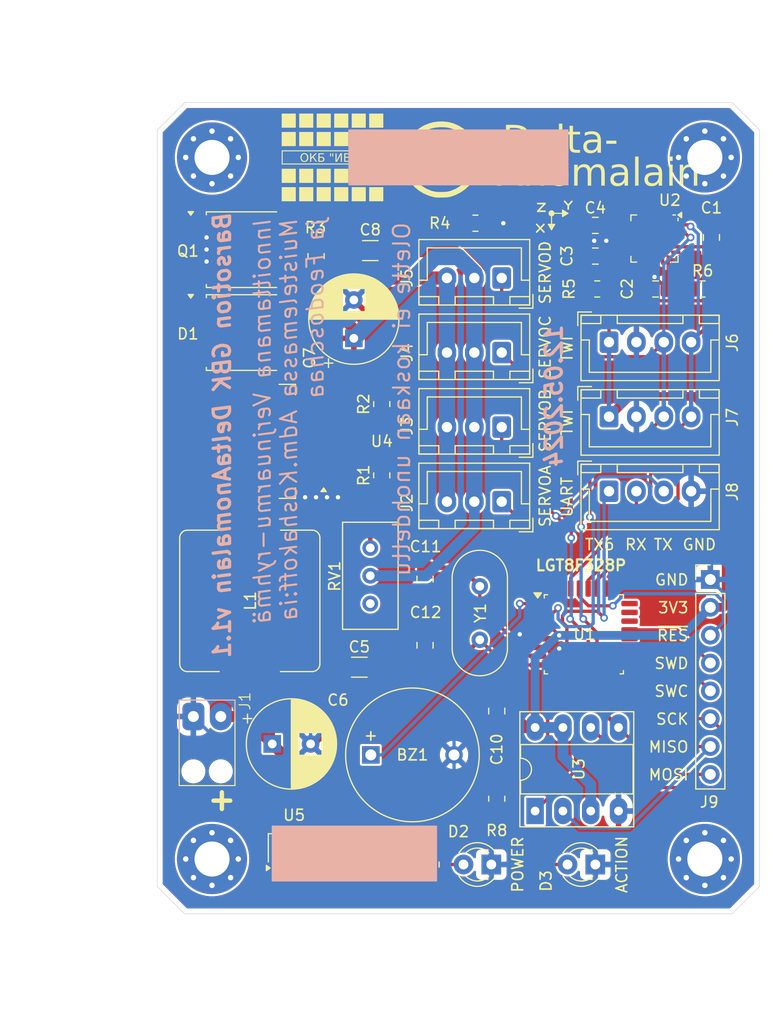
<source format=kicad_pcb>
(kicad_pcb (version 20240108) (generator "pcbnew") (generator_version "8.0")
  (layers (0 "F.Cu" signal) (31 "B.Cu" signal) (34 "B.Paste" user) (35 "F.Paste" user) (36 "B.SilkS" user "B.Silkscreen") (37 "F.SilkS" user "F.Silkscreen") (38 "B.Mask" user) (39 "F.Mask" user) (44 "Edge.Cuts" user))
  (net 0 "")
  (net 1 "3V3")
  (net 2 "Net-(U2-CPOUT)")
  (net 3 "GND")
  (net 4 "SCL")
  (net 5 "Net-(U2-REGOUT)")
  (net 15 "SDA")
  (net 21 "BUZ")
  (net 22 "SERVO_6V")
  (net 23 "Net-(U4-SW)")
  (net 24 "Net-(D2-A)")
  (net 25 "Net-(D3-A)")
  (net 26 "3V7")
  (net 27 "SERVOA")
  (net 28 "SERVO_GND")
  (net 29 "SERVOB")
  (net 30 "SERVOC")
  (net 31 "SERVOD")
  (net 32 "RXD")
  (net 33 "TXD6")
  (net 34 "NRES")
  (net 35 "MISO")
  (net 36 "SCK")
  (net 37 "SWD")
  (net 38 "SWC")
  (net 39 "MOSI")
  (net 40 "SERVOEN")
  (net 41 "Net-(R1-Pad1)")
  (net 42 "Net-(U4-FB)")
  (net 43 "LED")
  (net 45 "XTAL0")
  (net 46 "XTAL1")
  (net 57 "W25NE")
  (footprint "Capacitor_THT:CP_Radial_D8.0mm_P3.50mm" (layer "F.Cu") (at 198.5 117)
    (property "Reference" "C6")
    (property "Value" "470uF")
  )
  (footprint "Connector_PinHeader_2.54mm:PinHeader_1x08_P2.54mm_Vertical" (layer "F.Cu") (at 238.5 102)
    (property "Reference" "J9")
    (property "Value" "Prog")
  )
  (footprint "Resistor_SMD:R_0805_2012Metric_Pad1.20x1.40mm_HandSolder" (layer "F.Cu") (at 237.8 75.5)
    (property "Reference" "R6")
    (property "Value" "10k")
  )
  (footprint "MountingHole:MountingHole_3.2mm_M3_Pad_Via" (layer "F.Cu") (at 193 127.5)
    (property "Reference" "H1" (hide yes))
    (property "Value" "MountingHole")
  )
  (footprint "Connector_JST:JST_XH_B4B-XH-A_1x04_P2.50mm_Vertical" (layer "F.Cu") (at 229.25 93.95)
    (property "Reference" "J8")
    (property "Value" "UART")
  )
  (footprint "Connector_JST:JST_XH_B4B-XH-A_1x04_P2.50mm_Vertical" (layer "F.Cu") (at 229.25 80.35)
    (property "Reference" "J6")
    (property "Value" "BMP0")
  )
  (footprint "LED_THT:LED_D3.0mm" (layer "F.Cu") (at 228 128 180)
    (property "Reference" "D3")
    (property "Value" "LED_Active")
  )
  (footprint "Crystal:Crystal_HC49-4H_Vertical" (layer "F.Cu") (at 217.45 102.62 -90)
    (property "Reference" "Y1")
    (property "Value" "32 MHz")
  )
  (footprint "CustomConnectors:Battery_3V7_Cable_solding_connctor" (layer "F.Cu") (at 195.097349 113.7 90)
    (property "Reference" "J1")
    (property "Value" "Power")
  )
  (footprint "Capacitor_SMD:C_0805_2012Metric_Pad1.18x1.45mm_HandSolder" (layer "F.Cu") (at 228 72.5 180)
    (property "Reference" "C3")
    (property "Value" "100n")
  )
  (footprint "Capacitor_SMD:C_0805_2012Metric_Pad1.18x1.45mm_HandSolder" (layer "F.Cu") (at 212.45 108 90)
    (property "Reference" "C12")
    (property "Value" "22p")
  )
  (footprint "Package_TO_SOT_SMD:TO-252-2" (layer "F.Cu") (at 195.79 79.475)
    (property "Reference" "D1")
    (property "Value" "MBRD1045")
  )
  (footprint "Logos:Linkkalu_v1_7.6x8.0mm" (layer "F.Cu") (at 214 63.5)
    (property "Reference" "G***" (hide yes))
    (property "Value" "LOGO" (hide yes))
  )
  (footprint "Connector_JST:JST_XH_B3B-XH-A_1x03_P2.50mm_Vertical" (layer "F.Cu") (at 219.45 94.9 180)
    (property "Reference" "J2")
    (property "Value" "SERVOA")
  )
  (footprint "Logos:OKB_Iva_v2_9.3x8mm" (layer "F.Cu") (at 204 63.5)
    (property "Reference" "G***" (hide yes))
    (property "Value" "LOGO" (hide yes))
  )
  (footprint "Capacitor_SMD:C_1206_3216Metric" (layer "F.Cu") (at 206.45 110)
    (property "Reference" "C5")
    (property "Value" "1uF")
  )
  (footprint "Inductor_SMD:L_Bourns_SRP1245A" (layer "F.Cu") (at 196.45 103.95 90)
    (property "Reference" "L1")
    (property "Value" "47uH")
  )
  (footprint "Capacitor_SMD:C_0805_2012Metric_Pad1.18x1.45mm_HandSolder" (layer "F.Cu") (at 233.5 75.5)
    (property "Reference" "C2")
    (property "Value" "100n")
  )
  (footprint "Connector_JST:JST_XH_B4B-XH-A_1x04_P2.50mm_Vertical" (layer "F.Cu") (at 229.25 87.15)
    (property "Reference" "J7")
    (property "Value" "BMP1")
  )
  (footprint "Package_TO_SOT_SMD:TO-263-5_TabPin3" (layer "F.Cu") (at 195.8 89.4 180)
    (property "Reference" "U4")
    (property "Value" "XL6019")
  )
  (footprint "Resistor_SMD:R_0805_2012Metric_Pad1.20x1.40mm_HandSolder" (layer "F.Cu") (at 208.5 92.5 90)
    (property "Reference" "R1")
    (property "Value" "5.1k")
  )
  (footprint "MountingHole:MountingHole_3.2mm_M3_Pad_Via" (layer "F.Cu") (at 238 63.5)
    (property "Reference" "H2" (hide yes))
    (property "Value" "MountingHole")
  )
  (footprint "Package_TO_SOT_SMD:TO-252-2" (layer "F.Cu") (at 195.79 71.915)
    (property "Reference" "Q1")
    (property "Value" "IRLR8726")
  )
  (footprint "Connector_JST:JST_XH_B3B-XH-A_1x03_P2.50mm_Vertical" (layer "F.Cu") (at 219.45 74.5 180)
    (property "Reference" "J5")
    (property "Value" "SERVOD")
  )
  (footprint "MountingHole:MountingHole_3.2mm_M3_Pad_Via" (layer "F.Cu") (at 238 127.5)
    (property "Reference" "H4" (hide yes))
    (property "Value" "MountingHole")
  )
  (footprint "Capacitor_SMD:C_1206_3216Metric" (layer "F.Cu") (at 206.6 127 90)
    (property "Reference" "C9")
    (property "Value" "1uF")
  )
  (footprint "Package_DIP:DIP-8_W7.62mm_Socket_LongPads" (layer "F.Cu") (at 222.5 123.12 90)
    (property "Reference" "U3")
    (property "Value" "W25Q64FV")
  )
  (footprint "Capacitor_SMD:C_0805_2012Metric_Pad1.18x1.45mm_HandSolder" (layer "F.Cu") (at 212.45 101.9625 -90)
    (property "Reference" "C11")
    (property "Value" "22p")
  )
  (footprint "Buzzer_Beeper:MagneticBuzzer_ProSignal_ABI-009-RC" (layer "F.Cu") (at 207.5 118)
    (property "Reference" "BZ1")
    (property "Value" "Buzzer")
  )
  (footprint "Resistor_SMD:R_0805_2012Metric_Pad1.20x1.40mm_HandSolder" (layer "F.Cu") (at 213 128 90)
    (property "Reference" "R7")
    (property "Value" "10k")
  )
  (footprint "Potentiometer_THT:Potentiometer_Bourns_3296W_Vertical" (layer "F.Cu") (at 207.45 99.12 90)
    (property "Reference" "RV1")
    (property "Value" "2k")
  )
  (footprint "Sensor_Motion:InvenSense_QFN-24_4x4mm_P0.5mm" (layer "F.Cu") (at 233.4 70.9 -90)
    (property "Reference" "U2")
    (property "Value" "MPU-6050")
  )
  (footprint "Capacitor_SMD:C_1206_3216Metric" (layer "F.Cu") (at 207.45 72 180)
    (property "Reference" "C8")
    (property "Value" "1uF")
  )
  (footprint "Package_TO_SOT_SMD:SOT-89-3" (layer "F.Cu") (at 200.5 126.55 90)
    (property "Reference" "U5")
    (property "Value" "LD2981_SOT89")
  )
  (footprint "Capacitor_SMD:C_0805_2012Metric_Pad1.18x1.45mm_HandSolder" (layer "F.Cu") (at 228 69.7 180)
    (property "Reference" "C4")
    (property "Value" "100n")
  )
  (footprint "Connector_JST:JST_XH_B3B-XH-A_1x03_P2.50mm_Vertical" (layer "F.Cu") (at 219.45 88.1 180)
    (property "Reference" "J3")
    (property "Value" "SERVOB")
  )
  (footprint "Resistor_SMD:R_0805_2012Metric_Pad1.20x1.40mm_HandSolder" (layer "F.Cu") (at 228.175 75.5)
    (property "Reference" "R5")
    (property "Value" "10k")
  )
  (footprint "Resistor_SMD:R_0805_2012Metric_Pad1.20x1.40mm_HandSolder" (layer "F.Cu") (at 217.05 69.5)
    (property "Reference" "R4")
    (property "Value" "10k")
  )
  (footprint "Package_QFP:LQFP-32_7x7mm_P0.8mm" (layer "F.Cu") (at 226.95 107)
    (property "Reference" "U1")
    (property "Value" "LGT8F328P")
  )
  (footprint "MountingHole:MountingHole_3.2mm_M3_Pad_Via" (layer "F.Cu") (at 193 63.5)
    (property "Reference" "H3" (hide yes))
    (property "Value" "MountingHole")
  )
  (footprint "LED_THT:LED_D3.0mm" (layer "F.Cu") (at 218.5 128 180)
    (property "Reference" "D2")
    (property "Value" "LED_Power")
  )
  (footprint "Capacitor_SMD:C_0805_2012Metric_Pad1.18x1.45mm_HandSolder" (layer "F.Cu") (at 238.6 70.8 90)
    (property "Reference" "C1")
    (property "Value" "2.2n")
  )
  (footprint "Resistor_SMD:R_0805_2012Metric_Pad1.20x1.40mm_HandSolder" (layer "F.Cu") (at 208.5 86 90)
    (property "Reference" "R2")
    (property "Value" "1.8k")
  )
  (footprint "Connector_JST:JST_XH_B3B-XH-A_1x03_P2.50mm_Vertical" (layer "F.Cu") (at 219.45 81.3 180)
    (property "Reference" "J4")
    (property "Value" "SERVOC")
  )
  (footprint "Capacitor_SMD:C_0805_2012Metric_Pad1.18x1.45mm_HandSolder" (layer "F.Cu") (at 219 114 -90)
    (property "Reference" "C10")
    (property "Value" "10nF")
  )
  (footprint "Resistor_SMD:R_0805_2012Metric_Pad1.20x1.40mm_HandSolder" (layer "F.Cu") (at 219 122 -90)
    (property "Reference" "R8")
    (property "Value" "10k")
  )
  (footprint "Capacitor_THT:CP_Radial_D8.0mm_P3.50mm" (layer "F.Cu") (at 205.95 80 90)
    (property "Reference" "C7")
    (property "Value" "470uF")
  )
  (footprint "Resistor_SMD:R_0805_2012Metric_Pad1.20x1.40mm_HandSolder" (layer "F.Cu") (at 202.5 72.5 90)
    (property "Reference" "R3")
    (property "Value" "1k")
  )
  (gr_rect (start 205.5 61) (end 225.5 66) (stroke (width 0.1)) (fill solid) (layer "B.SilkS"))
  (gr_rect (start 198.5 124.5) (end 213.5 129.5) (stroke (width 0.1)) (fill solid) (layer "B.SilkS"))
  (gr_poly (pts (xy 225 68.3) (xy 225.5 68.6) (xy 225 68.9)) (stroke (width 0.1)) (fill solid) (layer "F.SilkS"))
  (gr_poly (pts (xy 223.7 69.6) (xy 224 70.1) (xy 224.3 69.6)) (stroke (width 0.1)) (fill solid) (layer "F.SilkS"))
  (gr_line (start 224 68.6) (end 224 70.1) (stroke (width 0.1)) (layer "F.SilkS"))
  (gr_line (start 224 68.6) (end 225.5 68.6) (stroke (width 0.1)) (layer "F.SilkS"))
  (gr_circle (center 224 68.6) (end 224.2 68.7) (stroke (width 0.1)) (fill solid) (layer "F.SilkS"))
  (gr_line (start 243 130) (end 240.5 132.5) (stroke (width 0.05)) (layer "Edge.Cuts"))
  (gr_line (start 188 130) (end 188 61) (stroke (width 0.05)) (layer "Edge.Cuts"))
  (gr_line (start 240.5 58.5) (end 243 61) (stroke (width 0.05)) (layer "Edge.Cuts"))
  (gr_line (start 190.5 132.5) (end 188 130) (stroke (width 0.05)) (layer "Edge.Cuts"))
  (gr_line (start 240.5 132.5) (end 190.5 132.5) (stroke (width 0.05)) (layer "Edge.Cuts"))
  (gr_line (start 188 61) (end 190.5 58.5) (stroke (width 0.05)) (layer "Edge.Cuts"))
  (gr_line (start 243 61) (end 243 130) (stroke (width 0.05)) (layer "Edge.Cuts"))
  (gr_line (start 190.5 58.5) (end 240.5 58.5) (stroke (width 0.05)) (layer "Edge.Cuts"))
  (gr_text "Innoittamana Verjnuarmu-ryhmä\nMuistelemassa Adm.Koshakoff:ia\nja Feodoschaa" (at 203.3 68.9 90) (layer "B.SilkS") (effects (font (size 1.5 1.5) (thickness 0.1875) (italic yes)) (justify left bottom mirror)))
  (gr_text "Olette ei koskaan unohdettu" (at 211.2 69.3 90) (layer "B.SilkS") (effects (font (size 1.5 1.5) (thickness 0.1875)) (justify left bottom mirror)))
  (gr_text "12.05.2024" (at 225.1 78.6 90) (layer "B.SilkS") (effects (font (size 1.5 1.5) (thickness 0.3) (bold yes) (italic yes)) (justify left bottom mirror)))
  (gr_text "Barsotion GBK DeltaAnomalain v1.1" (at 194.8 68.3 90) (layer "B.SilkS") (effects (font (size 1.5 1.5) (thickness 0.3) (italic yes)) (justify left bottom mirror)))
  (gr_text "GND\n" (at 237.5 99.4 0) (layer "F.SilkS") (effects (font (size 1 1)) (justify bottom)))
  (gr_text "TX" (at 234.2 99.4 0) (layer "F.SilkS") (effects (font (size 1 1)) (justify bottom)))
  (gr_text "MOSI" (at 236.6 120.4 0) (layer "F.SilkS") (effects (font (size 1 1)) (justify right bottom)))
  (gr_text "Y" (at 225 68.3 0) (layer "F.SilkS") (effects (font (size 0.7 1)) (justify left bottom)))
  (gr_text "TX6" (at 228.4 99.4 0) (layer "F.SilkS") (effects (font (size 1 1)) (justify bottom)))
  (gr_text "GND\n" (at 236.6 102.62 0) (layer "F.SilkS") (effects (font (size 1 1)) (justify right bottom)))
  (gr_text "Z" (at 222.5 68.5 0) (layer "F.SilkS") (effects (font (size 0.7 1)) (justify left bottom)))
  (gr_text "+" (at 192.4 123.2 0) (layer "F.SilkS") (effects (font (size 2 2) (thickness 0.4) (bold yes)) (justify left bottom)))
  (gr_text "RX" (at 231.7 99.4 0) (layer "F.SilkS") (effects (font (size 1 1)) (justify bottom)))
  (gr_text "Anomalain" (at 219 66.5 0) (layer "F.SilkS") (effects (font (size 2.5 2.5) (thickness 0.1)) (justify left bottom)))
  (gr_text "SERVOB" (at 224 87.5 90) (layer "F.SilkS") (effects (font (size 1 1)) (justify bottom)))
  (gr_text "SWD" (at 236.6 110.24 0) (layer "F.SilkS") (effects (font (size 1 1)) (justify right bottom)))
  (gr_text "UART" (at 226 94.475 90) (layer "F.SilkS") (effects (font (size 1 1)) (justify bottom)))
  (gr_text "SCK" (at 236.6 115.32 0) (layer "F.SilkS") (effects (font (size 1 1)) (justify right bottom)))
  (gr_text "~{RES}" (at 236.6 107.7 0) (layer "F.SilkS") (effects (font (size 1 1)) (justify right bottom)))
  (gr_text "TWI" (at 226 80.975 90) (layer "F.SilkS") (effects (font (size 1 1)) (justify bottom)))
  (gr_text "TWI" (at 226 87.675 90) (layer "F.SilkS") (effects (font (size 1 1)) (justify bottom)))
  (gr_text "MISO" (at 236.6 117.86 0) (layer "F.SilkS") (effects (font (size 1 1)) (justify right bottom)))
  (gr_text "X" (at 222.4 70.4 0) (layer "F.SilkS") (effects (font (size 0.7 1)) (justify left bottom)))
  (gr_text "POWER\n" (at 221.5 128 90) (layer "F.SilkS") (effects (font (size 1 1)) (justify bottom)))
  (gr_text "SERVOA" (at 224 94.4 90) (layer "F.SilkS") (effects (font (size 1 1)) (justify bottom)))
  (gr_text "SERVOD" (at 224 74 90) (layer "F.SilkS") (effects (font (size 1 1)) (justify bottom)))
  (gr_text "Delta-" (at 219.5 63.5 0) (layer "F.SilkS") (effects (font (size 2.5 2.5) (thickness 0.1)) (justify left bottom)))
  (gr_text "SERVOC" (at 224 80.8 90) (layer "F.SilkS") (effects (font (size 1 1)) (justify bottom)))
  (gr_text "ACTION" (at 231 128 90) (layer "F.SilkS") (effects (font (size 1 1)) (justify bottom)))
  (gr_text "3V3" (at 236.6 105.16 0) (layer "F.SilkS") (effects (font (size 1 1)) (justify right bottom)))
  (gr_text "LGT8F328P" (at 226.69 101.3 0) (layer "F.SilkS") (effects (font (size 1 1) (thickness 0.2) (bold yes)) (justify bottom)))
  (gr_text "SWC" (at 236.6 112.78 0) (layer "F.SilkS") (effects (font (size 1 1)) (justify right bottom)))
  (segment (start 232.15 75.1875) (end 232.15 72.85) (width 0.3) (layer "F.Cu") (net 1))
  (segment (start 229.175 75.5) (end 232.4625 75.5) (width 0.3) (layer "F.Cu") (net 1))
  (segment (start 219.08793 112.9625) (end 221.62543 115.5) (width 1) (layer "F.Cu") (net 1))
  (segment (start 231.45 70.65) (end 231.45 70.15) (width 0.3) (layer "F.Cu") (net 1))
  (segment (start 229.4875 70.15) (end 231.45 70.15) (width 0.3) (layer "F.Cu") (net 1))
  (segment (start 239.95 88.17439) (end 237.07561 85.3) (width 0.8) (layer "F.Cu") (net 1))
  (segment (start 239.702081 104.54) (end 239.95 104.292081) (width 0.8) (layer "F.Cu") (net 1))
  (segment (start 233.5375 76.575) (end 232.4625 75.5) (width 0.3) (layer "F.Cu") (net 1))
  (segment (start 237.725 76.575) (end 233.5375 76.575) (width 0.3) (layer "F.Cu") (net 1))
  (segment (start 204.675 130.4) (end 206.6 128.475) (width 1) (layer "F.Cu") (net 1))
  (segment (start 226.025 68.969544) (end 226.394544 68.6) (width 0.3) (layer "F.Cu") (net 1))
  (segment (start 226.369544 73.575) (end 226.025 73.230456) (width 0.3) (layer "F.Cu") (net 1))
  (segment (start 221.62543 115.5) (end 222.5 115.5) (width 1) (layer "F.Cu") (net 1))
  (segment (start 212.475 128.475) (end 213 129) (width 1) (layer "F.Cu") (net 1))
  (segment (start 229.25 75.575) (end 229.175 75.5) (width 0.3) (layer "F.Cu") (net 1))
  (segment (start 224.7 107.1) (end 224.2 106.6) (width 0.3) (layer "F.Cu") (net 1))
  (segment (start 221.2 115.5) (end 222.5 115.5) (width 1) (layer "F.Cu") (net 1))
  (segment (start 224.2 106.6) (end 222.775 106.6) (width 0.3) (layer "F.Cu") (net 1))
  (segment (start 229.0375 69.7) (end 229.4875 70.15) (width 0.3) (layer "F.Cu") (net 1))
  (segment (start 199 128.5) (end 199 129.2) (width 1) (layer "F.Cu") (net 1))
  (segment (start 219 112.9625) (end 219.08793 112.9625) (width 1) (layer "F.Cu") (net 1))
  (segment (start 237.07561 85.3) (end 231.1 85.3) (width 0.8) (layer "F.Cu") (net 1))
  (segment (start 238.5 104.54) (end 239.702081 104.54) (width 0.8) (layer "F.Cu") (net 1))
  (segment (start 239.95 104.292081) (end 239.95 88.17439) (width 0.8) (layer "F.Cu") (net 1))
  (segment (start 208.225 128.475) (end 221.2 115.5) (width 1) (layer "F.Cu") (net 1))
  (segment (start 200.2 130.4) (end 204.675 130.4) (width 1) (layer "F.Cu") (net 1))
  (segment (start 206.6 128.475) (end 208.225 128.475) (width 1) (layer "F.Cu") (net 1))
  (segment (start 227.9375 68.6) (end 229.0375 69.7) (width 0.3) (layer "F.Cu") (net 1))
  (segment (start 238.8 75.5) (end 237.725 76.575) (width 0.3) (layer "F.Cu") (net 1))
  (segment (start 229.25 80.35) (end 229.25 75.575) (width 0.3) (layer "F.Cu") (net 1))
  (segment (start 206.6 128.475) (end 212.475 128.475) (width 1) (layer "F.Cu") (net 1))
  (segment (start 227.25 73.575) (end 226.369544 73.575) (width 0.3) (layer "F.Cu") (net 1))
  (segment (start 232.4625 75.5) (end 232.15 75.1875) (width 0.3) (layer "F.Cu") (net 1))
  (segment (start 231.1 85.3) (end 229.25 87.15) (width 0.8) (layer "F.Cu") (net 1))
  (segment (start 229.175 75.5) (end 227.25 73.575) (width 0.3) (layer "F.Cu") (net 1))
  (segment (start 226.394544 68.6) (end 227.9375 68.6) (width 0.3) (layer "F.Cu") (net 1))
  (segment (start 199 129.2) (end 200.2 130.4) (width 1) (layer "F.Cu") (net 1))
  (segment (start 226.025 73.230456) (end 226.025 68.969544) (width 0.3) (layer "F.Cu") (net 1))
  (via (at 224.7 107.1) (size 0.7) (drill 0.4) (layers "F.Cu" "B.Cu") (net 1))
  (segment (start 224.556497 107.1) (end 224.7 107.1) (width 0.8) (layer "B.Cu") (net 1))
  (segment (start 235.94 107.1) (end 238.5 104.54) (width 0.8) (layer "B.Cu") (net 1))
  (segment (start 229.25 80.35) (end 229.25 87.15) (width 0.4) (layer "B.Cu") (net 1))
  (segment (start 222.5 115.5) (end 222.5 109.156497) (width 0.8) (layer "B.Cu") (net 1))
  (segment (start 222.5 109.156497) (end 224.556497 107.1) (width 0.8) (layer "B.Cu") (net 1))
  (segment (start 225.04 118.14) (end 225.04 115.5) (width 1) (layer "B.Cu") (net 1))
  (segment (start 227.58 123.12) (end 227.58 120.68) (width 1) (layer "B.Cu") (net 1))
  (segment (start 224.7 107.1) (end 235.94 107.1) (width 0.8) (layer "B.Cu") (net 1))
  (segment (start 227.58 120.68) (end 225.04 118.14) (width 1) (layer "B.Cu") (net 1))
  (segment (start 222.5 115.5) (end 225.04 115.5) (width 1) (layer "B.Cu") (net 1))
  (segment (start 238.6 71.8375) (end 238.4125 71.65) (width 0.3) (layer "F.Cu") (net 2))
  (segment (start 238.4125 71.65) (end 235.35 71.65) (width 0.3) (layer "F.Cu") (net 2))
  (segment (start 226.9625 71.1) (end 227.3 71.1) (width 0.3) (layer "F.Cu") (net 3))
  (segment (start 226.9625 71.1) (end 226.9625 72.5) (width 0.3) (layer "F.Cu") (net 3))
  (segment (start 202 117) (end 206.6 121.6) (width 0.3) (layer "F.Cu") (net 3))
  (segment (start 230.12 127.48) (end 229.6 128) (width 0.3) (layer "F.Cu") (net 3))
  (segment (start 200.5 128.4125) (end 200.5 129.155) (width 0.3) (layer "F.Cu") (net 3))
  (segment (start 229.6 128) (end 228 128) (width 0.3) (layer "F.Cu") (net 3))
  (segment (start 209 124.1) (end 209 124.8) (width 0.3) (layer "F.Cu") (net 3))
  (segment (start 207.925 111.575) (end 207.925 110) (width 0.3) (layer "F.Cu") (net 3))
  (segment (start 199.591168 75.9) (end 201 74.491168) (width 0.4) (layer "F.Cu") (net 3))
  (segment (start 234.32812 68.1) (end 221 68.1) (width 0.3) (layer "F.Cu") (net 3))
  (segment (start 218.0625 115.0375) (end 219 115.0375) (width 0.3) (layer "F.Cu") (net 3))
  (segment (start 233.4 74.4) (end 233.4375 74.4) (width 0.3) (layer "F.Cu") (net 3))
  (segment (start 207.925 110) (end 207.925 108.275) (width 0.3) (layer "F.Cu") (net 3))
  (segment (start 237.7875 68.95) (end 234.65 68.95) (width 0.3) (layer "F.Cu") (net 3))
  (segment (start 223.8 107.4) (end 222.775 107.4) (width 0.3) (layer "F.Cu") (net 3))
  (segment (start 203.45 92.8) (end 203.45 94.45) (width 1.2) (layer "F.Cu") (net 3))
  (segment (start 215.1 118) (end 209 124.1) (width 0.3) (layer "F.Cu") (net 3))
  (segment (start 230.85 71.65) (end 231.45 71.65) (width 0.3) (layer "F.Cu") (net 3))
  (segment (start 233.4375 74.4) (end 234.5375 75.5) (width 0.3) (layer "F.Cu") (net 3))
  (segment (start 234.65 68.42188) (end 234.32812 68.1) (width 0.3) (layer "F.Cu") (net 3))
  (segment (start 224.7 108.3) (end 223.8 107.4) (width 0.3) (layer "F.Cu") (net 3))
  (segment (start 202.6 129.5) (end 204.8 127.3) (width 0.3) (layer "F.Cu") (net 3))
  (segment (start 230.5 72.705456) (end 230.5 72) (width 0.3) (layer "F.Cu") (net 3))
  (segment (start 201 71.5) (end 202.5 71.5) (width 0.4) (layer "F.Cu") (net 3))
  (segment (start 221.5 107.4) (end 221.1 107) (width 0.3) (layer "F.Cu") (net 3))
  (segment (start 230.12 123.12) (end 230.12 127.48) (width 0.3) (layer "F.Cu") (net 3))
  (segment (start 204.5 94.5) (end 201.5 94.5) (width 0.3) (layer "F.Cu") (net 3))
  (segment (start 190.75 74.195) (end 190.75 75.45) (width 0.4) (layer "F.Cu") (net 3))
  (segment (start 208.275 125.525) (end 206.6 125.525) (width 0.3) (layer "F.Cu") (net 3))
  (segment (start 204.8 75.2) (end 204.8 75.35) (width 0.4) (layer "F.Cu") (net 3))
  (segment (start 201 74.491168) (end 201 71.5) (width 0.4) (layer "F.Cu") (net 3))
  (segment (start 234.5375 75.5) (end 234.65 75.3875) (width 0.3) (layer "F.Cu") (net 3))
  (segment (start 227.9 71.1) (end 229 71.1) (width 0.3) (layer "F.Cu") (net 3))
  (segment (start 200.5 129.155) (end 200.845 129.5) (width 0.3) (layer "F.Cu") (net 3))
  (segment (start 203.45 94.45) (end 203.5 94.5) (width 0.3) (layer "F.Cu") (net 3))
  (segment (start 238.6 69.7625) (end 237.7875 68.95) (width 0.3) (layer "F.Cu") (net 3))
  (segment (start 191.2 75.9) (end 199.591168 75.9) (width 0.4) (layer "F.Cu") (net 3))
  (segment (start 218.05 69.5) (end 219.6 69.5) (width 0.3) (layer "F.Cu") (net 3))
  (segment (start 192.5 74.2) (end 192.495 74.195) (width 0.4) (layer "F.Cu") (net 3))
  (segment (start 204.8 75.2) (end 205.95 74.05) (width 0.4) (layer "F.Cu") (net 3))
  (segment (start 208.5 79.05) (end 205.95 76.5) (width 0.3) (layer "F.Cu") (net 3))
  (segment (start 234.65 68.95) (end 234.65 68.42188) (width 0.3) (layer "F.Cu") (net 3))
  (segment (start 228.0375 73.575) (end 229.630456 73.575) (width 0.3) (layer "F.Cu") (net 3))
  (segment (start 226.9625 69.7) (end 226.9625 71.1) (width 0.3) (layer "F.Cu") (net 3))
  (segment (start 204.8 127.3) (end 204.8 125.5) (width 0.3) (layer "F.Cu") (net 3))
  (segment (start 208.5 85) (end 208.5 79.05) (width 0.3) (layer "F.Cu") (net 3))
  (segment (start 190.75 75.45) (end 191.2 75.9) (width 0.4) (layer "F.Cu") (net 3))
  (segment (start 200.845 129.5) (end 202.6 129.5) (width 0.3) (layer "F.Cu") (net 3))
  (segment (start 192.495 74.195) (end 190.75 74.195) (width 0.4) (layer "F.Cu") (net 3))
  (segment (start 215.1 118) (end 218.0625 115.0375) (width 0.3) (layer "F.Cu") (net 3))
  (segment (start 204.5 72) (end 205.975 72) (width 0.4) (layer "F.Cu") (net 3))
  (segment (start 226.9625 72.5) (end 228.0375 73.575) (width 0.3) (layer "F.Cu") (net 3))
  (segment (start 202.5 117) (end 207.925 111.575) (width 0.3) (layer "F.Cu") (net 3))
  (segment (start 222.775 107.4) (end 221.5 107.4) (width 0.3) (layer "F.Cu") (net 3))
  (segment (start 230.5 72) (end 230.85 71.65) (width 0.3) (layer "F.Cu") (net 3))
  (segment (start 192.5 70.8) (end 192.5 74.2) (width 0.4) (layer "F.Cu") (net 3))
  (segment (start 234.65 75.3875) (end 234.65 72.85) (width 0.3) (layer "F.Cu") (net 3))
  (segment (start 212.45 106.9625) (end 212.45 103) (width 0.4) (layer "F.Cu") (net 3))
  (segment (start 204 71.5) (end 204.5 72) (width 0.4) (layer "F.Cu") (net 3))
  (segment (start 227.3 71.1) (end 227.9 71.1) (width 0.3) (layer "F.Cu") (net 3))
  (segment (start 204.8 75.35) (end 205.95 76.5) (width 0.4) (layer "F.Cu") (net 3))
  (segment (start 204.8 125.5) (end 204.825 125.525) (width 0.3) (layer "F.Cu") (net 3))
  (segment (start 202.5 71.5) (end 204 71.5) (width 0.4) (layer "F.Cu") (net 3))
  (segment (start 229.630456 73.575) (end 230.5 72.705456) (width 0.3) (layer "F.Cu") (net 3))
  (segment (start 221 68.1) (end 219.6 69.5) (width 0.3) (layer "F.Cu") (net 3))
  (segment (start 205.95 72.025) (end 205.975 72) (width 0.4) (layer "F.Cu") (net 3))
  (segment (start 209 124.8) (end 208.275 125.525) (width 0.3) (layer "F.Cu") (net 3))
  (segment (start 207.925 108.275) (end 209.2375 106.9625) (width 0.3) (layer "F.Cu") (net 3))
  (segment (start 209.2375 106.9625) (end 212.45 106.9625) (width 0.3) (layer "F.Cu") (net 3))
  (segment (start 205.95 74.05) (end 205.95 72.025) (width 0.4) (layer "F.Cu") (net 3))
  (segment (start 202 117) (end 202.5 117) (width 0.3) (layer "F.Cu") (net 3))
  (segment (start 206.6 121.6) (end 206.6 125.525) (width 0.3) (layer "F.Cu") (net 3))
  (segment (start 204.825 125.525) (end 206.6 125.525) (width 0.3) (layer "F.Cu") (net 3))
  (via (at 202.5 94.5) (size 0.7) (drill 0.4) (layers "F.Cu" "B.Cu") (net 3))
  (via (at 192.5 70.8) (size 0.7) (drill 0.4) (layers "F.Cu" "B.Cu") (net 3))
  (via (at 201.5 94.5) (size 0.7) (drill 0.4) (layers "F.Cu" "B.Cu") (net 3))
  (via (at 224.7 108.3) (size 0.7) (drill 0.4) (layers "F.Cu" "B.Cu") (net 3))
  (via (at 233.4 74.4) (size 0.7) (drill 0.4) (layers "F.Cu" "B.Cu") (net 3))
  (via (at 227.9 71.1) (size 0.7) (drill 0.4) (layers "F.Cu" "B.Cu") (net 3))
  (via (at 203.5 94.5) (size 0.7) (drill 0.4) (layers "F.Cu" "B.Cu") (net 3))
  (via (at 229 71.1) (size 0.7) (drill 0.4) (layers "F.Cu" "B.Cu") (net 3))
  (via (at 204.5 94.5) (size 0.7) (drill 0.4) (layers "F.Cu" "B.Cu") (net 3))
  (via (at 192.5 71.9) (size 0.7) (drill 0.4) (layers "F.Cu" "B.Cu") (net 3))
  (via (at 219.6 69.5) (size 0.7) (drill 0.4) (layers "F.Cu" "B.Cu") (net 3))
  (via (at 221.1 107) (size 0.7) (drill 0.4) (layers "F.Cu" "B.Cu") (net 3))
  (via (at 192.5 73) (size 0.7) (drill 0.4) (layers "F.Cu" "B.Cu") (net 3))
  (segment (start 197.7 115.5) (end 200.5 115.5) (width 0.3) (layer "B.Cu") (net 3))
  (segment (start 219.6 69.5) (end 226.3 69.5) (width 0.3) (layer "B.Cu") (net 3))
  (segment (start 215.1 118) (end 215.1 123.1) (width 0.3) (layer "B.Cu") (net 3))
  (segment (start 200.5 115.5) (end 202 117) (width 0.3) (layer "B.Cu") (net 3))
  (segment (start 218.9 126.2) (end 227.7 126.2) (width 0.3) (layer "B.Cu") (net 3))
  (segment (start 218.5 128) (end 218.5 126.6) (width 0.3) (layer "B.Cu") (net 3))
  (segment (start 203.5 94.5) (end 201.5 94.5) (width 0.3) (layer "B.Cu") (net 3))
  (segment (start 240.4 103.9) (end 238.5 102) (width 0.3) (layer "B.Cu") (net 3))
  (segment (start 197.1 116.1) (end 197.7 115.5) (width 0.3) (layer "B.Cu") (net 3))
  (segment (start 193.2 73.7) (end 192.5 73) (width 0.3) (layer "B.Cu") (net 3))
  (segment (start 203.5 78.925) (end 205.925 76.5) (width 0.3) (layer "B.Cu") (net 3))
  (segment (start 221.1 107) (end 215.1 113) (width 0.3) (layer "B.Cu") (net 3))
  (segment (start 226.3 69.5) (end 227.9 71.1) (width 0.3) (layer "B.Cu") (net 3))
  (segment (start 240.4 107.4) (end 240.4 103.9) (width 0.3) (layer "B.Cu") (net 3))
  (segment (start 227.7 126.2) (end 228 126.5) (width 0.3) (layer "B.Cu") (net 3))
  (segment (start 233.4 74.4) (end 231.75 76.05) (width 0.3) (layer "B.Cu") (net 3))
  (segment (start 202 117) (end 202 96) (width 0.3) (layer "B.Cu") (net 3))
  (segment (start 228 126.5) (end 228 128) (width 0.3) (layer "B.Cu") (net 3))
  (segment (start 236.75 95.95) (end 238.5 97.7) (width 0.3) (layer "B.Cu") (net 3))
  (segment (start 229 71.1) (end 232.3 74.4) (width 0.3) (layer "B.Cu") (net 3))
  (segment (start 236.75 92.15) (end 235.2 90.6) (width 0.3) (layer "B.Cu") (net 3))
  (segment (start 205.95 76.5) (end 203.15 73.7) (width 0.3) (layer "B.Cu") (net 3))
  (segment (start 191.297349 114.5) (end 192.897349 116.1) (width 0.3) (layer "B.Cu") (net 3))
  (segment (start 215.1 123.1) (end 218.5 126.5) (width 0.3) (layer "B.Cu") (net 3))
  (segment (start 203.5 94.5) (end 203.5 78.925) (width 0.3) (layer "B.Cu") (net 3))
  (segment (start 203.15 73.7) (end 193.2 73.7) (width 0.3) (layer "B.Cu") (net 3))
  (segment (start 204.5 94.5) (end 203.5 94.5) (width 0.3) (layer "B.Cu") (net 3))
  (segment (start 238.5 97.7) (end 238.5 102) (width 0.3) (layer "B.Cu") (net 3))
  (segment (start 235.2 90.6) (end 233.2 90.6) (width 0.3) (layer "B.Cu") (net 3))
  (segment (start 231.75 89.15) (end 231.75 87.15) (width 0.3) (layer "B.Cu") (net 3))
  (segment (start 205.925 76.5) (end 205.95 76.5) (width 0.3) (layer "B.Cu") (net 3))
  (segment (start 218.5 126.5) (end 218.5 128) (width 0.3) (layer "B.Cu") (net 3))
  (segment (start 231.75 76.05) (end 231.75 80.35) (width 0.3) (layer "B.Cu") (net 3))
  (segment (start 231.75 87.15) (end 231.75 80.35) (width 0.4) (layer "B.Cu") (net 3))
  (segment (start 192.897349 116.1) (end 197.1 116.1) (width 0.3) (layer "B.Cu") (net 3))
  (segment (start 233.2 90.6) (end 231.75 89.15) (width 0.3) (layer "B.Cu") (net 3))
  (segment (start 224.7 108.3) (end 224.72 108.28) (width 0.3) (layer "B.Cu") (net 3))
  (segment (start 236.75 93.95) (end 236.75 92.15) (width 0.3) (layer "B.Cu") (net 3))
  (segment (start 236.75 93.95) (end 236.75 95.95) (width 0.3) (layer "B.Cu") (net 3))
  (segment (start 218.5 126.6) (end 218.9 126.2) (width 0.3) (layer "B.Cu") (net 3))
  (segment (start 239.52 108.28) (end 240.4 107.4) (width 0.3) (layer "B.Cu") (net 3))
  (segment (start 215.1 113) (end 215.1 118) (width 0.3) (layer "B.Cu") (net 3))
  (segment (start 202 96) (end 203.5 94.5) (width 0.3) (layer "B.Cu") (net 3))
  (segment (start 232.3 74.4) (end 233.4 74.4) (width 0.3) (layer "B.Cu") (net 3))
  (segment (start 224.72 108.28) (end 239.52 108.28) (width 0.3) (layer "B.Cu") (net 3))
  (segment (start 192.5 70.8) (end 192.5 73) (width 0.4) (layer "B.Cu") (net 3))
  (segment (start 233.05 88.35) (end 233.05 96.375001) (width 0.3) (layer "F.Cu") (net 4))
  (segment (start 227.35 102.075001) (end 227.35 102.825) (width 0.3) (layer "F.Cu") (net 4))
  (segment (start 232.925 81.675) (end 228.394544 81.675) (width 0.3) (layer "F.Cu") (net 4))
  (segment (start 235.95 70.15) (end 236.6 70.8) (width 0.3) (layer "F.Cu") (net 4))
  (segment (start 228.394544 81.675) (end 227.175 80.455456) (width 0.3) (layer "F.Cu") (net 4))
  (segment (start 236.6 70.8) (end 236.7 70.8) (width 0.3) (layer "F.Cu") (net 4))
  (segment (start 235.35 70.15) (end 235.95 70.15) (width 0.3) (layer "F.Cu") (net 4))
  (segment (start 227.175 80.455456) (end 227.175 75.5) (width 0.3) (layer "F.Cu") (net 4))
  (segment (start 233.05 96.375001) (end 227.35 102.075001) (width 0.3) (layer "F.Cu") (net 4))
  (segment (start 234.25 87.15) (end 233.05 88.35) (width 0.3) (layer "F.Cu") (net 4))
  (segment (start 234.25 80.35) (end 232.925 81.675) (width 0.3) (layer "F.Cu") (net 4))
  (via (at 236.7 70.8) (size 0.7) (drill 0.4) (layers "F.Cu" "B.Cu") (net 4))
  (segment (start 236.7 70.8) (end 234.25 73.25) (width 0.3) (layer "B.Cu") (net 4))
  (segment (start 234.25 80.35) (end 234.25 87.15) (width 0.4) (layer "B.Cu") (net 4))
  (segment (start 234.25 73.25) (end 234.25 80.35) (width 0.3) (layer "B.Cu") (net 4))
  (segment (start 230.3875 71.15) (end 231.45 71.15) (width 0.3) (layer "F.Cu") (net 5))
  (segment (start 229.0375 72.5) (end 230.3875 71.15) (width 0.3) (layer "F.Cu") (net 5))
  (segment (start 235.55 88.35) (end 236.75 87.15) (width 0.3) (layer "F.Cu") (net 15))
  (segment (start 239.75 74.55) (end 239.65 74.45) (width 0.3) (layer "F.Cu") (net 15))
  (segment (start 236.75 80.35) (end 239.75 77.35) (width 0.3) (layer "F.Cu") (net 15))
  (segment (start 228.15 102.825) (end 228.15 102.075001) (width 0.3) (layer "F.Cu") (net 15))
  (segment (start 235.55 94.675001) (end 235.55 88.35) (width 0.3) (layer "F.Cu") (net 15))
  (segment (start 239.65 74.45) (end 237.85 74.45) (width 0.3) (layer "F.Cu") (net 15))
  (segment (start 239.75 77.35) (end 239.75 74.55) (width 0.3) (layer "F.Cu") (net 15))
  (segment (start 228.15 102.075001) (end 235.55 94.675001) (width 0.3) (layer "F.Cu") (net 15))
  (segment (start 237.85 74.45) (end 236.8 75.5) (width 0.3) (layer "F.Cu") (net 15))
  (segment (start 235.35 69.65) (end 236.55 69.65) (width 0.3) (layer "F.Cu") (net 15))
  (segment (start 236.55 69.65) (end 236.7 69.8) (width 0.3) (layer "F.Cu") (net 15))
  (via (at 236.7 69.8) (size 0.7) (drill 0.4) (layers "F.Cu" "B.Cu") (net 15))
  (segment (start 236.7 69.8) (end 237.4 70.5) (width 0.3) (layer "B.Cu") (net 15))
  (segment (start 237.4 70.5) (end 237.4 79.7) (width 0.3) (layer "B.Cu") (net 15))
  (segment (start 237.4 79.7) (end 236.75 80.35) (width 0.3) (layer "B.Cu") (net 15))
  (segment (start 236.75 87.15) (end 236.75 80.35) (width 0.4) (layer "B.Cu") (net 15))
  (segment (start 222.775 104.2) (end 221.1 104.2) (width 0.3) (layer "F.Cu") (net 21))
  (via (at 221.1 104.2) (size 0.7) (drill 0.4) (layers "F.Cu" "B.Cu") (net 21))
  (segment (start 208.505635 118) (end 207.5 118) (width 0.3) (layer "B.Cu") (net 21))
  (segment (start 221.1 105.405635) (end 208.505635 118) (width 0.3) (layer "B.Cu") (net 21))
  (segment (start 221.1 104.2) (end 221.1 105.405635) (width 0.3) (layer "B.Cu") (net 21))
  (segment (start 205.95 80) (end 205.95 79.15) (width 1) (layer "F.Cu") (net 22))
  (segment (start 205.95 79.15) (end 202.5 75.7) (width 1) (layer "F.Cu") (net 22))
  (segment (start 216.95 73.95) (end 216.95 74.5) (width 1.2) (layer "F.Cu") (net 22))
  (segment (start 200.25 77.95) (end 198.725 77.95) (width 1) (layer "F.Cu") (net 22))
  (segment (start 215 72) (end 216.95 73.95) (width 1.2) (layer "F.Cu") (net 22))
  (segment (start 202.5 75.7) (end 200.25 77.95) (width 1) (layer "F.Cu") (net 22))
  (segment (start 202.5 73.5) (end 202.5 75.7) (width 1) (layer "F.Cu") (net 22))
  (segment (start 208.925 72) (end 215 72) (width 1.2) (layer "F.Cu") (net 22))
  (segment (start 216.95 74.05) (end 216.95 74.5) (width 1.5) (layer "B.Cu") (net 22))
  (segment (start 205.95 80) (end 213.375 72.575) (width 1.5) (layer "B.Cu") (net 22))
  (segment (start 207.45 101.66) (end 212.54 101.66) (width 1) (layer "B.Cu") (net 22))
  (segment (start 216.95 97.25) (end 216.95 94.9) (width 1) (layer "B.Cu") (net 22))
  (segment (start 215.475 72.575) (end 216.95 74.05) (width 1.5) (layer "B.Cu") (net 22))
  (segment (start 213.375 72.575) (end 215.475 72.575) (width 1.5) (layer "B.Cu") (net 22))
  (segment (start 216.95 74.5) (end 216.95 94.9) (width 1.5) (layer "B.Cu") (net 22))
  (segment (start 212.54 101.66) (end 216.95 97.25) (width 1) (layer "B.Cu") (net 22))
  (segment (start 196.45 92.45) (end 196.725 92.175) (width 1) (layer "F.Cu") (net 23))
  (segment (start 196.45 98.4) (end 196.45 92.45) (width 2) (layer "F.Cu") (net 23))
  (segment (start 190.75 77.195) (end 190.75 81.755) (width 1.5) (layer "F.Cu") (net 23))
  (segment (start 190.75 85.5) (end 191.875 86.625) (width 1) (layer "F.Cu") (net 23))
  (segment (start 203.45 89.4) (end 194.3 89.4) (width 1) (layer "F.Cu") (net 23))
  (segment (start 190.75 81.755) (end 190.75 85.5) (width 1.5) (layer "F.Cu") (net 23))
  (segment (start 214 128) (end 213 127) (width 0.3) (layer "F.Cu") (net 24))
  (segment (start 215.96 128) (end 214 128) (width 0.3) (layer "F.Cu") (net 24))
  (segment (start 224 128) (end 225.46 128) (width 0.3) (layer "F.Cu") (net 25))
  (segment (start 219 123) (end 224 128) (width 0.3) (layer "F.Cu") (net 25))
  (segment (start 204.975 99.425) (end 204.975 110) (width 1) (layer "F.Cu") (net 26))
  (segment (start 193.797349 114.5) (end 196 114.5) (width 1) (layer "F.Cu") (net 26))
  (segment (start 204.975 110) (end 196.95 110) (width 1) (layer "F.Cu") (net 26))
  (segment (start 193.797349 112.152651) (end 196.45 109.5) (width 2) (layer "F.Cu") (net 26))
  (segment (start 203.45 87.7) (end 205.75 87.7) (width 1) (layer "F.Cu") (net 26))
  (segment (start 196 114.5) (end 198.5 117) (width 1) (layer "F.Cu") (net 26))
  (segment (start 203.5 122) (end 198.5 117) (width 1) (layer "F.Cu") (net 26))
  (segment (start 203.5 127) (end 203.5 122) (width 1) (layer "F.Cu") (net 26))
  (segment (start 205.75 87.7) (end 206.45 88.4) (width 1) (layer "F.Cu") (net 26))
  (segment (start 206.45 97.95) (end 204.975 99.425) (width 1) (layer "F.Cu") (net 26))
  (segment (start 193.797349 114.5) (end 193.797349 112.152651) (width 2) (layer "F.Cu") (net 26))
  (segment (start 196.95 110) (end 196.45 109.5) (width 1) (layer "F.Cu") (net 26))
  (segment (start 206.45 88.4) (end 206.45 97.95) (width 1) (layer "F.Cu") (net 26))
  (segment (start 202 128.5) (end 203.5 127) (width 1) (layer "F.Cu") (net 26))
  (segment (start 224.15 99.6) (end 219.45 94.9) (width 0.3) (layer "F.Cu") (net 27))
  (segment (start 224.15 102.825) (end 224.15 99.6) (width 0.3) (layer "F.Cu") (net 27))
  (segment (start 207.4 72.941852) (end 208.958148 74.5) (width 1.2) (layer "F.Cu") (net 28))
  (segment (start 207.4 70.958148) (end 207.4 72.941852) (width 1.2) (layer "F.Cu") (net 28))
  (segment (start 208.958148 74.5) (end 214.45 74.5) (width 1.2) (layer "F.Cu") (net 28))
  (segment (start 198.725 73.44) (end 198.725 72.065) (width 1) (layer "F.Cu") (net 28))
  (segment (start 199.015 70.1) (end 206.541852 70.1) (width 1.2) (layer "F.Cu") (net 28))
  (segment (start 206.541852 70.1) (end 207.4 70.958148) (width 1.2) (layer "F.Cu") (net 28))
  (segment (start 198.725 70.39) (end 199.015 70.1) (width 1.2) (layer "F.Cu") (net 28))
  (segment (start 214.45 94.9) (end 214.45 74.5) (width 1.5) (layer "B.Cu") (net 28))
  (segment (start 224.95 96.75) (end 224.4 96.2) (width 0.3) (layer "F.Cu") (net 29))
  (segment (start 219.45 91.25) (end 219.45 88.1) (width 0.3) (layer "F.Cu") (net 29))
  (segment (start 224.95 102.825) (end 224.95 96.75) (width 0.3) (layer "F.Cu") (net 29))
  (segment (start 224.45 96.25) (end 219.45 91.25) (width 0.3) (layer "F.Cu") (net 29))
  (via (at 224.4 96.2) (size 0.7) (drill 0.4) (layers "F.Cu" "B.Cu") (net 29))
  (segment (start 224.819544 96.2) (end 228.394544 92.625) (width 0.3) (layer "B.Cu") (net 29))
  (segment (start 224.4 96.2) (end 224.819544 96.2) (width 0.3) (layer "B.Cu") (net 29))
  (segment (start 232.925 92.625) (end 234.25 93.95) (width 0.3) (layer "B.Cu") (net 29))
  (segment (start 228.394544 92.625) (end 232.925 92.625) (width 0.3) (layer "B.Cu") (net 29))
  (segment (start 225.7 105.6) (end 227.35 107.25) (width 0.3) (layer "F.Cu") (net 30))
  (segment (start 227.35 107.25) (end 227.35 111.175) (width 0.3) (layer "F.Cu") (net 30))
  (segment (start 225.8 87.65) (end 219.45 81.3) (width 0.3) (layer "F.Cu") (net 30))
  (segment (start 225.8 98.2) (end 225.8 87.65) (width 0.3) (layer "F.Cu") (net 30))
  (via (at 225.7 105.6) (size 0.7) (drill 0.4) (layers "F.Cu" "B.Cu") (net 30))
  (via (at 225.8 98.2) (size 0.7) (drill 0.4) (layers "F.Cu" "B.Cu") (net 30))
  (segment (start 225.8 105.5) (end 225.7 105.6) (width 0.3) (layer "B.Cu") (net 30))
  (segment (start 225.8 98.2) (end 225.8 105.5) (width 0.3) (layer "B.Cu") (net 30))
  (segment (start 226.9 105.6) (end 228.15 106.85) (width 0.3) (layer "F.Cu") (net 31))
  (segment (start 219.45 76.85) (end 219.45 74.5) (width 0.3) (layer "F.Cu") (net 31))
  (segment (start 226.7 84.1) (end 219.45 76.85) (width 0.3) (layer "F.Cu") (net 31))
  (segment (start 228.15 106.85) (end 228.15 111.175) (width 0.3) (layer "F.Cu") (net 31))
  (segment (start 226.7 97.2) (end 226.7 84.1) (width 0.3) (layer "F.Cu") (net 31))
  (via (at 226.7 97.2) (size 0.7) (drill 0.4) (layers "F.Cu" "B.Cu") (net 31))
  (via (at 226.9 105.6) (size 0.7) (drill 0.4) (layers "F.Cu" "B.Cu") (net 31))
  (segment (start 226.7 97.2) (end 226.7 105.4) (width 0.3) (layer "B.Cu") (net 31))
  (segment (start 226.7 105.4) (end 226.9 105.6) (width 0.3) (layer "B.Cu") (net 31))
  (segment (start 225.75 102.825) (end 225.75 101.85) (width 0.3) (layer "F.Cu") (net 32))
  (segment (start 231.75 95.85) (end 231.75 93.95) (width 0.3) (layer "F.Cu") (net 32))
  (segment (start 225.75 101.85) (end 231.75 95.85) (width 0.3) (layer "F.Cu") (net 32))
  (segment (start 225 105.88995) (end 225 105.31005) (width 0.3) (layer "F.Cu") (net 33))
  (segment (start 225.4 109.150216) (end 225.4 106.28995) (width 0.3) (layer "F.Cu") (net 33))
  (segment (start 228.2 104.9) (end 228.8 105.5) (width 0.3) (layer "F.Cu") (net 33))
  (segment (start 225.41005 104.9) (end 228.2 104.9) (width 0.3) (layer "F.Cu") (net 33))
  (segment (start 225.4 106.28995) (end 225 105.88995) (width 0.3) (layer "F.Cu") (net 33))
  (segment (start 224.95 111.175) (end 224.95 109.600216) (width 0.3) (layer "F.Cu") (net 33))
  (segment (start 224.95 109.600216) (end 225.4 109.150216) (width 0.3) (layer "F.Cu") (net 33))
  (segment (start 225 105.31005) (end 225.41005 104.9) (width 0.3) (layer "F.Cu") (net 33))
  (via (at 228.8 105.5) (size 0.7) (drill 0.4) (layers "F.Cu" "B.Cu") (net 33))
  (segment (start 228.8 94.4) (end 229.25 93.95) (width 0.3) (layer "B.Cu") (net 33))
  (segment (start 228.8 105.5) (end 228.8 94.4) (width 0.3) (layer "B.Cu") (net 33))
  (segment (start 226.55 103.574999) (end 226.55 102.825) (width 0.3) (layer "F.Cu") (net 34))
  (segment (start 227.375001 104.4) (end 226.55 103.574999) (width 0.3) (layer "F.Cu") (net 34))
  (segment (start 229.6 104.4) (end 227.375001 104.4) (width 0.3) (layer "F.Cu") (net 34))
  (via (at 229.6 104.4) (size 0.7) (drill 0.4) (layers "F.Cu" "B.Cu") (net 34))
  (segment (start 239.7 105.88) (end 238.5 107.08) (width 0.3) (layer "B.Cu") (net 34))
  (segment (start 229.6 104.4) (end 230.7 103.3) (width 0.3) (layer "B.Cu") (net 34))
  (segment (start 230.7 103.3) (end 238.957057 103.3) (width 0.3) (layer "B.Cu") (net 34))
  (segment (start 239.7 104.042943) (end 239.7 105.88) (width 0.3) (layer "B.Cu") (net 34))
  (segment (start 238.957057 103.3) (end 239.7 104.042943) (width 0.3) (layer "B.Cu") (net 34))
  (segment (start 235.815 117.24) (end 229.75 111.175) (width 0.3) (layer "F.Cu") (net 35))
  (segment (start 238.5 117.24) (end 235.815 117.24) (width 0.3) (layer "F.Cu") (net 35))
  (segment (start 226.59 124.67) (end 231.07 124.67) (width 0.3) (layer "B.Cu") (net 35))
  (segment (start 225.04 123.12) (end 226.59 124.67) (width 0.3) (layer "B.Cu") (net 35))
  (segment (start 231.07 124.67) (end 238.5 117.24) (width 0.3) (layer "B.Cu") (net 35))
  (segment (start 239.7 115.9) (end 238.5 114.7) (width 0.3) (layer "F.Cu") (net 36))
  (segment (start 239.02 120.98) (end 239.7 120.3) (width 0.3) (layer "F.Cu") (net 36))
  (segment (start 236.025 114.7) (end 231.125 109.8) (width 0.3) (layer "F.Cu") (net 36))
  (segment (start 233.06 120.98) (end 239.02 120.98) (width 0.3) (layer "F.Cu") (net 36))
  (segment (start 238.5 114.7) (end 236.025 114.7) (width 0.3) (layer "F.Cu") (net 36))
  (segment (start 227.58 115.5) (end 233.06 120.98) (width 0.3) (layer "F.Cu") (net 36))
  (segment (start 239.7 120.3) (end 239.7 115.9) (width 0.3) (layer "F.Cu") (net 36))
  (segment (start 235.48 106.6) (end 231.125 106.6) (width 0.3) (layer "F.Cu") (net 37))
  (segment (start 238.5 109.62) (end 235.48 106.6) (width 0.3) (layer "F.Cu") (net 37))
  (segment (start 231.125 109) (end 235.34 109) (width 0.3) (layer "F.Cu") (net 38))
  (segment (start 235.34 109) (end 238.5 112.16) (width 0.3) (layer "F.Cu") (net 38))
  (segment (start 234.4 119.78) (end 230.12 115.5) (width 0.3) (layer "F.Cu") (net 39))
  (segment (start 238.5 119.78) (end 234.4 119.78) (width 0.3) (layer "F.Cu") (net 39))
  (segment (start 230.12 115.5) (end 228.95 114.33) (width 0.4) (layer "F.Cu") (net 39))
  (segment (start 228.95 114.33) (end 228.95 111.175) (width 0.4) (layer "F.Cu") (net 39))
  (segment (start 224.5 75.8) (end 220.3 71.6) (width 0.3) (layer "F.Cu") (net 40))
  (segment (start 227.5 96.3) (end 227.5 82.7) (width 0.3) (layer "F.Cu") (net 40))
  (segment (start 218.15 71.6) (end 216.05 69.5) (width 0.3) (layer "F.Cu") (net 40))
  (segment (start 220.3 71.6) (end 218.15 71.6) (width 0.3) (layer "F.Cu") (net 40))
  (segment (start 224.6 104.6) (end 224.2 105) (width 0.3) (layer "F.Cu") (net 40))
  (segment (start 227.5 82.7) (end 224.5 79.7) (width 0.3) (layer "F.Cu") (net 40))
  (segment (start 216.05 69.5) (end 215.215 68.665) (width 0.3) (layer "F.Cu") (net 40))
  (segment (start 224.2 105) (end 222.775 105) (width 0.3) (layer "F.Cu") (net 40))
  (segment (start 191.72 68.665) (end 190.75 69.635) (width 0.3) (layer "F.Cu") (net 40))
  (segment (start 215.215 68.665) (end 191.72 68.665) (width 0.3) (layer "F.Cu") (net 40))
  (segment (start 224.5 79.7) (end 224.5 75.8) (width 0.3) (layer "F.Cu") (net 40))
  (via (at 227.5 96.3) (size 0.7) (drill 0.4) (layers "F.Cu" "B.Cu") (net 40))
  (via (at 224.6 104.6) (size 0.7) (drill 0.4) (layers "F.Cu" "B.Cu") (net 40))
  (segment (start 227.8 106) (end 227.5 106.3) (width 0.3) (layer "B.Cu") (net 40))
  (segment (start 227.5 106.3) (end 225.3 106.3) (width 0.3) (layer "B.Cu") (net 40))
  (segment (start 224.6 105.6) (end 224.6 104.6) (width 0.3) (layer "B.Cu") (net 40))
  (segment (start 225.3 106.3) (end 224.6 105.6) (width 0.3) (layer "B.Cu") (net 40))
  (segment (start 227.5 96.3) (end 227.8 96.6) (width 0.3) (layer "B.Cu") (net 40))
  (segment (start 227.8 96.6) (end 227.8 106) (width 0.3) (layer "B.Cu") (net 40))
  (segment (start 208.5 94) (end 207.45 95.05) (width 0.4) (layer "F.Cu") (net 41))
  (segment (start 208.5 93.5) (end 208.5 94) (width 0.4) (layer "F.Cu") (net 41))
  (segment (start 207.45 95.05) (end 207.45 99.12) (width 0.4) (layer "F.Cu") (net 41))
  (segment (start 208.5 91.5) (end 208.5 87) (width 0.4) (layer "F.Cu") (net 42))
  (segment (start 208.5 87) (end 207.5 86) (width 0.4) (layer "F.Cu") (net 42))
  (segment (start 207.5 86) (end 203.45 86) (width 0.4) (layer "F.Cu") (net 42))
  (segment (start 224.15 113.05) (end 223.65 113.55) (width 0.3) (layer "F.Cu") (net 43))
  (segment (start 219.2 121) (end 219 121) (width 0.3) (layer "F.Cu") (net 43))
  (segment (start 224.15 111.175) (end 224.15 113.05) (width 0.3) (layer "F.Cu") (net 43))
  (segment (start 223.65 116.55) (end 219.2 121) (width 0.3) (layer "F.Cu") (net 43))
  (segment (start 223.65 113.55) (end 223.65 116.55) (width 0.3) (layer "F.Cu") (net 43))
  (segment (start 212.45 100.925) (end 215.755 100.925) (width 0.4) (layer "F.Cu") (net 45))
  (segment (start 217.45 104.424999) (end 217.45 102.62) (width 0.3) (layer "F.Cu") (net 45))
  (segment (start 222.025001 109) (end 217.45 104.424999) (width 0.3) (layer "F.Cu") (net 45))
  (segment (start 215.755 100.925) (end 217.45 102.62) (width 0.4) (layer "F.Cu") (net 45))
  (segment (start 222.775 109) (end 222.025001 109) (width 0.3) (layer "F.Cu") (net 45))
  (segment (start 219.75 109.8) (end 222.775 109.8) (width 0.3) (layer "F.Cu") (net 46))
  (segment (start 217.45 107.5) (end 219.75 109.8) (width 0.3) (layer "F.Cu") (net 46))
  (segment (start 215.9125 109.0375) (end 217.45 107.5) (width 0.4) (layer "F.Cu") (net 46))
  (segment (start 212.45 109.0375) (end 215.9125 109.0375) (width 0.4) (layer "F.Cu") (net 46))
  (segment (start 226.19 119.43) (end 222.5 123.12) (width 0.3) (layer "F.Cu") (net 57))
  (segment (start 226.55 111.175) (end 226.55 111.924999) (width 0.3) (layer "F.Cu") (net 57))
  (segment (start 226.55 111.924999) (end 226.19 112.284999) (width 0.3) (layer "F.Cu") (net 57))
  (segment (start 226.19 112.284999) (end 226.19 119.43) (width 0.3) (layer "F.Cu") (net 57))
  (zone (net 26) (net_name "3V7") (layer "F.Cu") (priority 4) (connect_pads (clearance 0.2)) (min_thickness 0.25) (fill yes (thermal_gap 0.5) (thermal_bridge_width 0.5) (smoothing fillet) (radius 1) (island_removal_mode 1) (island_area_min 10))
    (polygon (pts (xy 206.1 96.7) (xy 204.1 99.2) (xy 194.9 107.4) (xy 194.2 108.8) (xy 198.7 110.2) (xy 204.8 110) (xy 204.8 99.4) (xy 206.5 97.5)))
  )
  (zone (net 22) (net_name "SERVO_6V") (layer "F.Cu") (priority 4) (connect_pads (clearance 0.2)) (min_thickness 0.25) (fill yes (thermal_gap 0.5) (thermal_bridge_width 0.5))
    (polygon (pts (xy 206.4 82.1) (xy 206.1 82.4) (xy 199.6 82.3) (xy 199.6 76.6) (xy 200.9 76.6) (xy 202 75.5) (xy 202 73.4) (xy 203 73.4) (xy 203 75.5) (xy 206.4 78.9)))
  )
  (zone (net 26) (net_name "3V7") (layer "F.Cu") (priority 4) (connect_pads (clearance 0.2)) (min_thickness 0.25) (fill yes (thermal_gap 0.5) (thermal_bridge_width 0.5) (smoothing fillet) (radius 1) (island_removal_mode 1) (island_area_min 10))
    (polygon (pts (xy 204.8 110) (xy 204.8 111.6) (xy 199.8 115.5) (xy 199.8 118) (xy 193.8 115.4) (xy 193.8 112.1) (xy 196.6 109.9)))
  )
  (zone (net 3) (net_name "GND") (layer "F.Cu") (connect_pads (clearance 0.2)) (min_thickness 0.25) (fill yes (thermal_gap 0.5) (thermal_bridge_width 0.5) (smoothing fillet) (radius 1))
    (polygon (pts (xy 188 61) (xy 190.5 58.5) (xy 240.5 58.5) (xy 243 61) (xy 243 130) (xy 240.5 132.5) (xy 190.5 132.5) (xy 188 130)))
  )
  (zone (net 3) (net_name "GND") (layer "B.Cu") (priority 1) (connect_pads (clearance 0.2)) (min_thickness 0.25) (fill yes (thermal_gap 0.5) (thermal_bridge_width 0.5))
    (polygon (pts (xy 188 61) (xy 190.5 58.5) (xy 240.5 58.5) (xy 243 61) (xy 243 130) (xy 240.5 132.5) (xy 190.5 132.5) (xy 188 130)))
  )
)
</source>
